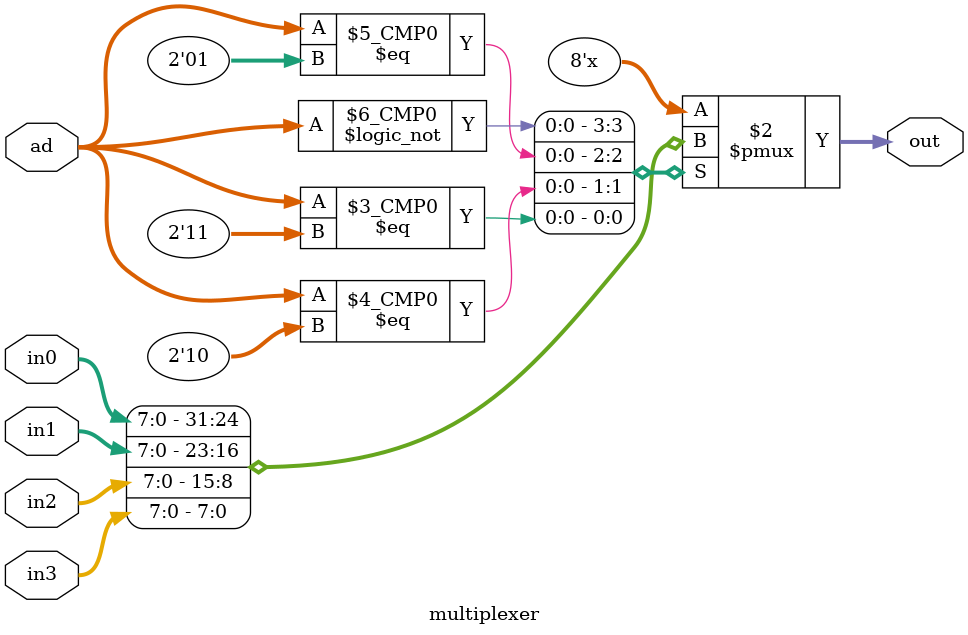
<source format=v>
module multiplexer (
  input  [7:0] in0, in1, in2, in3,
  input  [1:0] ad,
  output reg [7:0] out);
  
  always @(ad, in0, in1, in2, in3) begin
    case(ad)
      2'd0 : out=in0;
      2'd1 : out=in1;
      2'd2 : out=in2;
      2'd3 : out=in3;
  endcase
  end
endmodule
  
</source>
